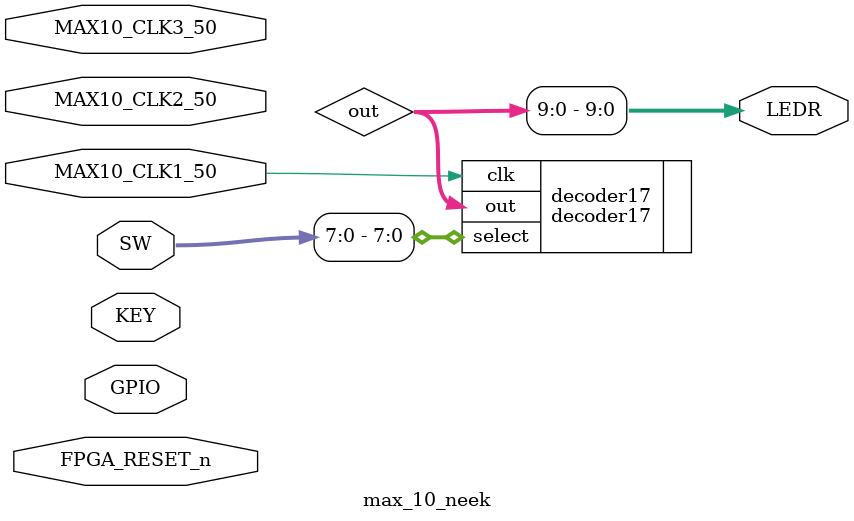
<source format=v>

`define ENABLE_GPIO
//`define ENABLE_GSENSOR
//`define ENABLE_HDMI
//`define ENABLE_HEX0
//`define ENABLE_HEX1
`define ENABLE_KEY
`define ENABLE_LEDR
//`define ENABLE_LSENSOR
`define ENABLE_MAX10
//`define ENABLE_MIPI
//`define ENABLE_MTL2
//`define ENABLE_NET
//`define ENABLE_PM
//`define ENABLE_PS2
//`define ENABLE_RH
//`define ENABLE_SD
`define ENABLE_SW
//`define ENABLE_UART

module max_10_neek(

`ifdef ENABLE_ADC
      ///////// ADC 3.3 V /////////
      input              ADC_CLK_10,
`endif	  
        
`ifdef ENABLE_AUDIO
      ///////// AUDIO 2.5 V /////////
      inout              AUDIO_BCLK,
      output             AUDIO_DIN_MFP1,
      input              AUDIO_DOUT_MFP2,
      inout              AUDIO_GPIO_MFP5,
      output             AUDIO_MCLK,
      input              AUDIO_MISO_MFP4,
      inout              AUDIO_RESET_n,
      output             AUDIO_SCLK_MFP3,
      output             AUDIO_SCL_SS_n,
      inout              AUDIO_SDA_MOSI,
      output             AUDIO_SPI_SELECT,
      inout              AUDIO_WCLK,
`endif
        
`ifdef ENABLE_CAMERA	
      // 2.5 V
      output             CAMERA_I2C_SCL,
      inout              CAMERA_I2C_SDA,
      // 3.3 V LVTTL
      output             CAMERA_PWDN_n,
`endif
        
`ifdef ENABLE_DAC	  
      ///////// DAC 3.3 V LVTTL /////////
      inout              DAC_DATA,
      output             DAC_SCLK,
      output             DAC_SYNC_n,
`endif
        
`ifdef ENABLE_DDR3
      // "SSTL-15 CLASS I"
      output      [14:0] DDR3_A,
      output      [2:0]  DDR3_BA,
      output             DDR3_CKE, 
      output             DDR3_CAS_n,
      output             DDR3_CS_n,
      output      [2:0]  DDR3_DM,
      inout       [23:0] DDR3_DQ,
      output             DDR3_ODT,
      output             DDR3_RAS_n,
      output             DDR3_RESET_n,
      output             DDR3_WE_n,
      // "DIFFERENTIAL 1.5-V SSTL CLASS I"
      inout              DDR3_CK_n,
      inout              DDR3_CK_p,
      inout       [2:0]  DDR3_DQS_n,
      inout       [2:0]  DDR3_DQS_p,
`endif 

`ifdef ENABLE_FLASH
      // "3.3-V LVTTL"
      inout       [3:0]  FLASH_DATA,
      output             FLASH_DCLK,
      output             FLASH_NCSO,
      output             FLASH_RESET_n,
`endif
       
      `ifdef ENABLE_GPIO
      // "3.3-V LVTTL"
      inout       [7:0]  GPIO,	 
      `endif	
       
`ifdef ENABLE_GSENSOR  
      // 2.5 V
      output             GSENSOR_CS_n,
      input       [2:1]  GSENSOR_INT,
      inout              GSENSOR_SCLK,
      inout              GSENSOR_SDI,
      inout              GSENSOR_SDO,
`endif  
        
`ifdef ENABLE_HDMI  
      // "3.3-V LVTTL"
      input              HDMI_AP,
      inout              HDMI_I2C_SCL,
      inout              HDMI_I2C_SDA,
      inout              HDMI_LRCLK,
      inout              HDMI_MCLK,
      input              HDMI_RX_CLK,
      input       [23:0] HDMI_RX_D,
      input              HDMI_RX_DE,
      inout              HDMI_RX_HS,
      input              HDMI_RX_INT1,
      inout              HDMI_RX_RESET_n,
      input              HDMI_RX_VS,
      inout              HDMI_SCLK,
`endif
        
`ifdef ENABLE_HEX0	  
      // "3.3-V LVTTL"
      output      [6:0]  HEX0,
`endif

`ifdef ENABLE_HEX1
      // "3.3-V LVTTL"
      output      [6:0]  HEX1,
`endif
        
`ifdef ENABLE_KEY
      // "1.5 V SCHMITT TRIGGER" 
      input       [4:0]  KEY,
`endif
        
`ifdef ENABLE_LEDR	  
      // "3.3-V LVTTL"
      output      [9:0]  LEDR,
`endif
        
`ifdef ENABLE_LSENSOR	  
      // "3.3-V LVTTL"
      inout              LSENSOR_INT,
      output             LSENSOR_SCL,
      inout              LSENSOR_SDA,
`endif
        
`ifdef ENABLE_MAX10	 
      //  "3.3-V LVTTL"
      input              MAX10_CLK1_50,
      input              MAX10_CLK2_50,
      input              MAX10_CLK3_50,
`endif
        
`ifdef ENABLE_MIPI
      // "3.3-V LVTTL"
      output             MIPI_CS_n,
      output             MIPI_I2C_SCL,
      inout              MIPI_I2C_SDA,
      input              MIPI_PIXEL_CLK,
      input       [23:0] MIPI_PIXEL_D,
      input              MIPI_PIXEL_HS,
      input              MIPI_PIXEL_VS,
      output             MIPI_REFCLK,
      output             MIPI_RESET_n,
`endif

`ifdef ENABLE_MTL2	  
      // "3.3-V LVTTL"
      output      [7:0]  MTL2_B,
      inout              MTL2_BL_ON_n,
      output             MTL2_DCLK,
      output      [7:0]  MTL2_G,
      output             MTL2_HSD,
      output             MTL2_I2C_SCL,
      inout              MTL2_I2C_SDA,
      input              MTL2_INT,
      output      [7:0]  MTL2_R,
      output             MTL2_VSD,
`endif
        
`ifdef ENABLE_NET
      // 2.5 V 
      output             NET_GTX_CLK,
      input              NET_INT_n,
      input              NET_LINK100,
      output             NET_MDC,
      inout              NET_MDIO,
      output             NET_RST_N,
      input              NET_RX_CLK,
      input              NET_RX_COL,
      input              NET_RX_CRS,
      input       [3:0]  NET_RX_D,
      input              NET_RX_DV,
      input              NET_RX_ER,
      input              NET_TX_CLK,
      output      [3:0]  NET_TX_D,
      output             NET_TX_EN,
      output             NET_TX_ER,
`endif
        
`ifdef ENABLE_PM	  
      //  "3.3-V LVTTL"
      output             PM_I2C_SCL,
      inout              PM_I2C_SDA,
`endif

`ifdef ENABLE_PS2
      // "3.3-V LVTTL"
      inout              PS2_CLK,
      inout              PS2_CLK2,
      inout              PS2_DAT,
      inout              PS2_DAT2,
`endif

`ifdef ENABLE_RH
      // "3.3-V LVTTL"
      input              RH_TEMP_DRDY_n,
      output             RH_TEMP_I2C_SCL,
      inout              RH_TEMP_I2C_SDA,
`endif
        
`ifdef ENABLE_SD
      // 2.5 V  
      output             SD_CLK,
      inout              SD_CMD,
      inout       [3:0]  SD_DATA,
`endif

`ifdef ENABLE_SW
      // 1.5 V 
      input       [9:0]  SW,
`endif
        
`ifdef ENABLE_UART
      // 2.5 V 
      output             UART_RESET_n,
      input              UART_RX,
      output             UART_TX,
`endif

      ///////// FPGA /////////
      input              FPGA_RESET_n

);

    wire [16:0] out;
    
    //cores
    decoder17 decoder17
    (
		.clk (MAX10_CLK1_50),
        .select      ( SW [7:0]     ),
        .out      ( out     ),
    );

	assign LEDR[9:0] = out[9:0];

endmodule

</source>
